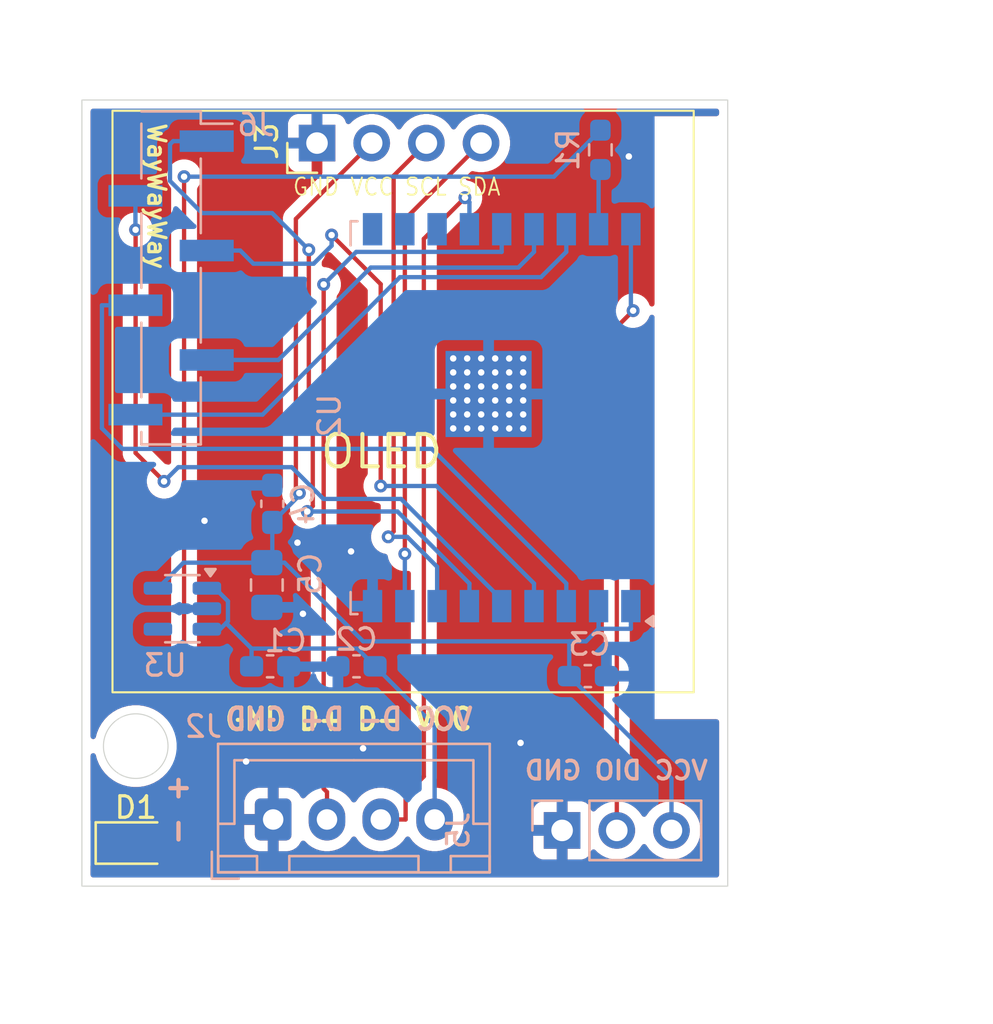
<source format=kicad_pcb>
(kicad_pcb (version 20241229) (generator "pcbnew") (generator_version "9.0")
  (layers (0 "F.Cu" signal) (2 "B.Cu" signal) (13 "F.Paste" user) (15 "B.Paste" user) (5 "F.SilkS" user "F.Silkscreen") (7 "B.SilkS" user "B.Silkscreen") (1 "F.Mask" user) (3 "B.Mask" user) (25 "Edge.Cuts" user))
  (net 0 "")
  (net 1 "+5V")
  (net 2 "GND")
  (net 3 "D-")
  (net 4 "RX")
  (net 5 "VCC")
  (net 6 "TX")
  (net 7 "D+")
  (net 8 "SCL")
  (net 9 "SDA")
  (net 10 "Net-(J6-Pin_2)")
  (net 11 "Net-(J6-Pin_3)")
  (net 12 "Net-(J6-Pin_6)")
  (net 13 "Net-(D1-A)")
  (net 14 "Net-(J6-Pin_5)")
  (net 15 "Net-(J6-Pin_4)")
  (net 18 "Net-(J5-Pin_2)")
  (net 19 "Net-(J6-Pin_1)")
  (net 20 "Net-(U2-IO1)")
  (footprint "Connector_PinHeader_2.54mm:PinHeader_1x04_P2.54mm_Vertical" (layer "F.Cu") (at 150.92 42 90)
    (property "Reference" "J3" (at 0.09 -2.33 90) (layer "F.SilkS"))
    (property "Value" "Conn_01x04")
    (fp_line (start -1.38 -1.38) (end 0 -1.38) (stroke (width 0.12)) (layer "F.SilkS"))
    (fp_line (start -1.38 0) (end -1.38 -1.38) (stroke (width 0.12)) (layer "F.SilkS"))
    (fp_rect (start -25.5 -9.5) (end 1.5 17.5) (stroke (width 0.1)) (fill no) (layer "F.SilkS"))
    (fp_text user "GND VCC SCL SDA" (at -2.5 -1.17 0) (layer "F.SilkS") (effects (font (size 0.8 0.7) (thickness 0.0875)) (justify left bottom)))
    (fp_text user "OLED" (at -15.2008 0.0576 0) (layer "F.SilkS") (effects (font (size 1.5 1.5) (thickness 0.1875)) (justify left bottom)))
    (pad "1" thru_hole rect (at 0 0 90) (size 1.7 1.7) (drill 1) (layers "*.Cu" "*.Mask") (net 2 "GND"))
    (pad "2" thru_hole circle (at 0 2.54 90) (size 1.7 1.7) (drill 1) (layers "*.Cu" "*.Mask") (net 5 "VCC"))
    (pad "3" thru_hole circle (at 0 5.08 90) (size 1.7 1.7) (drill 1) (layers "*.Cu" "*.Mask") (net 8 "SCL"))
    (pad "4" thru_hole circle (at 0 7.62 90) (size 1.7 1.7) (drill 1) (layers "*.Cu" "*.Mask") (net 9 "SDA"))
  )
  (footprint "LED_SMD:LED_0805_2012Metric_Pad1.15x1.40mm_HandSolder" (layer "F.Cu") (at 142.5 74.5)
    (property "Reference" "D1" (at 0 -1.65 0) (layer "F.SilkS"))
    (property "Value" "LED")
    (fp_line (start -1.86 -0.96) (end -1.86 0.96) (stroke (width 0.12)) (layer "F.SilkS"))
    (fp_line (start -1.86 0.96) (end 1 0.96) (stroke (width 0.12)) (layer "F.SilkS"))
    (fp_line (start 1 -0.96) (end -1.86 -0.96) (stroke (width 0.12)) (layer "F.SilkS"))
    (pad "1" smd roundrect (at -1.025 0) (size 1.15 1.4) (layers "F.Cu" "F.Mask" "F.Paste") (roundrect_rratio 0.217391) (net 2 "GND"))
    (pad "2" smd roundrect (at 1.025 0) (size 1.15 1.4) (layers "F.Cu" "F.Mask" "F.Paste") (roundrect_rratio 0.217391) (net 13 "Net-(D1-A)"))
  )
  (footprint "Connector_JST:JST_XH_B4B-XH-A_1x04_P2.50mm_Vertical" (layer "B.Cu") (at 148.884 73.406)
    (property "Reference" "J2" (at -3.2404 -4.318 0) (layer "B.SilkS") (effects (justify mirror)))
    (property "Value" "Conn_01x04")
    (fp_line (start -2.85 2.75) (end -2.85 1.5) (stroke (width 0.12)) (layer "B.SilkS"))
    (fp_line (start -2.56 -3.51) (end 10.06 -3.51) (stroke (width 0.12)) (layer "B.SilkS"))
    (fp_line (start -2.56 2.46) (end -2.56 -3.51) (stroke (width 0.12)) (layer "B.SilkS"))
    (fp_line (start -2.55 0.2) (end -1.8 0.2) (stroke (width 0.12)) (layer "B.SilkS"))
    (fp_line (start -2.55 1.7) (end -0.75 1.7) (stroke (width 0.12)) (layer "B.SilkS"))
    (fp_line (start -2.55 2.45) (end -2.55 1.7) (stroke (width 0.12)) (layer "B.SilkS"))
    (fp_line (start -1.8 -2.75) (end 3.75 -2.75) (stroke (width 0.12)) (layer "B.SilkS"))
    (fp_line (start -1.8 0.2) (end -1.8 -2.75) (stroke (width 0.12)) (layer "B.SilkS"))
    (fp_line (start -1.6 2.75) (end -2.85 2.75) (stroke (width 0.12)) (layer "B.SilkS"))
    (fp_line (start -0.75 1.7) (end -0.75 2.45) (stroke (width 0.12)) (layer "B.SilkS"))
    (fp_line (start -0.75 2.45) (end -2.55 2.45) (stroke (width 0.12)) (layer "B.SilkS"))
    (fp_line (start 0.75 1.7) (end 6.75 1.7) (stroke (width 0.12)) (layer "B.SilkS"))
    (fp_line (start 0.75 2.45) (end 0.75 1.7) (stroke (width 0.12)) (layer "B.SilkS"))
    (fp_line (start 6.75 1.7) (end 6.75 2.45) (stroke (width 0.12)) (layer "B.SilkS"))
    (fp_line (start 6.75 2.45) (end 0.75 2.45) (stroke (width 0.12)) (layer "B.SilkS"))
    (fp_line (start 8.25 1.7) (end 10.05 1.7) (stroke (width 0.12)) (layer "B.SilkS"))
    (fp_line (start 8.25 2.45) (end 8.25 1.7) (stroke (width 0.12)) (layer "B.SilkS"))
    (fp_line (start 9.3 -2.75) (end 3.75 -2.75) (stroke (width 0.12)) (layer "B.SilkS"))
    (fp_line (start 9.3 0.2) (end 9.3 -2.75) (stroke (width 0.12)) (layer "B.SilkS"))
    (fp_line (start 10.05 0.2) (end 9.3 0.2) (stroke (width 0.12)) (layer "B.SilkS"))
    (fp_line (start 10.05 1.7) (end 10.05 2.45) (stroke (width 0.12)) (layer "B.SilkS"))
    (fp_line (start 10.05 2.45) (end 8.25 2.45) (stroke (width 0.12)) (layer "B.SilkS"))
    (fp_line (start 10.06 -3.51) (end 10.06 2.46) (stroke (width 0.12)) (layer "B.SilkS"))
    (fp_line (start 10.06 2.46) (end -2.56 2.46) (stroke (width 0.12)) (layer "B.SilkS"))
    (pad "1" thru_hole roundrect (at 0 0) (size 1.7 1.95) (drill 0.95) (layers "*.Cu" "*.Mask") (roundrect_rratio 0.147059) (net 2 "GND"))
    (pad "2" thru_hole oval (at 2.5 0) (size 1.7 1.95) (drill 0.95) (layers "*.Cu" "*.Mask") (net 7 "D+"))
    (pad "3" thru_hole oval (at 5 0) (size 1.7 1.95) (drill 0.95) (layers "*.Cu" "*.Mask") (net 3 "D-"))
    (pad "4" thru_hole oval (at 7.5 0) (size 1.7 1.95) (drill 0.95) (layers "*.Cu" "*.Mask") (net 1 "+5V"))
  )
  (footprint "Resistor_SMD:R_0603_1608Metric_Pad0.98x0.95mm_HandSolder" (layer "B.Cu") (at 164.084 42.3145 90)
    (property "Reference" "R1" (at 0 -1.5 90) (layer "B.SilkS") (effects (justify mirror)))
    (property "Value" "R")
    (fp_line (start -0.254724 -0.5225) (end 0.254724 -0.5225) (stroke (width 0.12)) (layer "B.SilkS"))
    (fp_line (start -0.254724 0.5225) (end 0.254724 0.5225) (stroke (width 0.12)) (layer "B.SilkS"))
    (pad "1" smd roundrect (at -0.9125 0 90) (size 0.975 0.95) (layers "B.Cu" "B.Mask" "B.Paste") (net 20 "Net-(U2-IO1)"))
    (pad "2" smd roundrect (at 0.9125 0 90) (size 0.975 0.95) (layers "B.Cu" "B.Mask" "B.Paste") (net 13 "Net-(D1-A)"))
  )
  (footprint "Capacitor_SMD:C_0603_1608Metric_Pad1.08x0.95mm_HandSolder" (layer "B.Cu") (at 148.844 58.75 90)
    (property "Reference" "C4" (at 0 1.43 90) (layer "B.SilkS") (effects (justify mirror)))
    (property "Value" "C")
    (fp_line (start -0.146267 -0.51) (end 0.146267 -0.51) (stroke (width 0.12)) (layer "B.SilkS"))
    (fp_line (start -0.146267 0.51) (end 0.146267 0.51) (stroke (width 0.12)) (layer "B.SilkS"))
    (pad "1" smd roundrect (at -0.8625 0 90) (size 1.075 0.95) (layers "B.Cu" "B.Mask" "B.Paste") (net 5 "VCC"))
    (pad "2" smd roundrect (at 0.8625 0 90) (size 1.075 0.95) (layers "B.Cu" "B.Mask" "B.Paste") (net 2 "GND"))
  )
  (footprint "Capacitor_SMD:C_0603_1608Metric_Pad1.08x0.95mm_HandSolder" (layer "B.Cu") (at 148.7435 66.294)
    (property "Reference" "C1" (at 0.72 -1.18 0) (layer "B.SilkS") (effects (justify mirror)))
    (property "Value" "C")
    (fp_line (start -0.146267 -0.51) (end 0.146267 -0.51) (stroke (width 0.12)) (layer "B.SilkS"))
    (fp_line (start -0.146267 0.51) (end 0.146267 0.51) (stroke (width 0.12)) (layer "B.SilkS"))
    (pad "1" smd roundrect (at -0.8625 0) (size 1.075 0.95) (layers "B.Cu" "B.Mask" "B.Paste") (net 1 "+5V"))
    (pad "2" smd roundrect (at 0.8625 0) (size 1.075 0.95) (layers "B.Cu" "B.Mask" "B.Paste") (net 2 "GND"))
  )
  (footprint "Capacitor_SMD:C_0805_2012Metric_Pad1.18x1.45mm_HandSolder" (layer "B.Cu") (at 148.59 62.52 -90)
    (property "Reference" "C5" (at -0.52 -2.02 90) (layer "B.SilkS") (effects (justify mirror)))
    (property "Value" "C")
    (fp_line (start -0.261252 0.735) (end 0.261252 0.735) (stroke (width 0.12)) (layer "B.SilkS"))
    (fp_line (start -0.261252 -0.735) (end 0.261252 -0.735) (stroke (width 0.12)) (layer "B.SilkS"))
    (pad "1" smd roundrect (at -1.0375 0 270) (size 1.175 1.45) (layers "B.Cu" "B.Mask" "B.Paste") (roundrect_rratio 0.212766) (net 5 "VCC"))
    (pad "2" smd roundrect (at 1.0375 0 270) (size 1.175 1.45) (layers "B.Cu" "B.Mask" "B.Paste") (roundrect_rratio 0.212766) (net 2 "GND"))
  )
  (footprint "Package_TO_SOT_SMD:SOT-23-5" (layer "B.Cu") (at 144.6675 63.62 180)
    (property "Reference" "U3" (at 0.8 -2.63 0) (layer "B.SilkS") (effects (justify mirror)))
    (property "Value" "TLV70235_SOT23-5")
    (fp_line (start 0 1.56) (end 0.8 1.56) (stroke (width 0.12)) (layer "B.SilkS"))
    (fp_line (start 0 1.56) (end -0.8 1.56) (stroke (width 0.12)) (layer "B.SilkS"))
    (fp_line (start 0 -1.56) (end 0.8 -1.56) (stroke (width 0.12)) (layer "B.SilkS"))
    (fp_line (start 0 -1.56) (end -0.8 -1.56) (stroke (width 0.12)) (layer "B.SilkS"))
    (fp_poly (pts (xy -1.3 1.51) (xy -1.54 1.84) (xy -1.06 1.84)) (stroke (width 0.12)) (fill yes) (layer "B.SilkS"))
    (pad "1" smd roundrect (at -1.1375 0.95 180) (size 1.325 0.6) (layers "B.Cu" "B.Mask" "B.Paste") (net 1 "+5V"))
    (pad "2" smd roundrect (at -1.1375 0 180) (size 1.325 0.6) (layers "B.Cu" "B.Mask" "B.Paste") (net 2 "GND"))
    (pad "3" smd roundrect (at -1.1375 -0.95 180) (size 1.325 0.6) (layers "B.Cu" "B.Mask" "B.Paste") (net 1 "+5V"))
    (pad "4" smd roundrect (at 1.1375 -0.95 180) (size 1.325 0.6) (layers "B.Cu" "B.Mask" "B.Paste"))
    (pad "5" smd roundrect (at 1.1375 0.95 180) (size 1.325 0.6) (layers "B.Cu" "B.Mask" "B.Paste") (net 5 "VCC"))
  )
  (footprint "Capacitor_SMD:C_0603_1608Metric_Pad1.08x0.95mm_HandSolder" (layer "B.Cu") (at 152.7545 66.294 180)
    (property "Reference" "C2" (at 0 1.25 0) (layer "B.SilkS") (effects (justify mirror)))
    (property "Value" "C")
    (fp_line (start -0.146267 0.51) (end 0.146267 0.51) (stroke (width 0.12)) (layer "B.SilkS"))
    (fp_line (start -0.146267 -0.51) (end 0.146267 -0.51) (stroke (width 0.12)) (layer "B.SilkS"))
    (pad "1" smd roundrect (at -0.8625 0 180) (size 1.075 0.95) (layers "B.Cu" "B.Mask" "B.Paste") (net 1 "+5V"))
    (pad "2" smd roundrect (at 0.8625 0 180) (size 1.075 0.95) (layers "B.Cu" "B.Mask" "B.Paste") (net 2 "GND"))
  )
  (footprint "Capacitor_SMD:C_0603_1608Metric_Pad1.08x0.95mm_HandSolder" (layer "B.Cu") (at 163.5 66.75)
    (property "Reference" "C3" (at 0.076 -1.472 0) (layer "B.SilkS") (effects (justify mirror)))
    (property "Value" "C")
    (fp_line (start -0.146267 -0.51) (end 0.146267 -0.51) (stroke (width 0.12)) (layer "B.SilkS"))
    (fp_line (start -0.146267 0.51) (end 0.146267 0.51) (stroke (width 0.12)) (layer "B.SilkS"))
    (pad "1" smd roundrect (at -0.8625 0) (size 1.075 0.95) (layers "B.Cu" "B.Mask" "B.Paste") (net 5 "VCC"))
    (pad "2" smd roundrect (at 0.8625 0) (size 1.075 0.95) (layers "B.Cu" "B.Mask" "B.Paste") (net 2 "GND"))
  )
  (footprint "Connector_PinHeader_2.54mm:PinHeader_1x06_P2.54mm_Vertical_SMD_Pin1Left" (layer "B.Cu") (at 144.141 48.26 180)
    (property "Reference" "J6" (at -3.941 7.112 0) (layer "B.SilkS") (effects (justify mirror)))
    (property "Value" "Conn_01x06")
    (fp_line (start 1.38 7.16) (end 1.38 4.62) (stroke (width 0.12)) (layer "B.SilkS"))
    (fp_line (start 1.38 3) (end 1.38 -0.46) (stroke (width 0.12)) (layer "B.SilkS"))
    (fp_line (start 1.38 -2.08) (end 1.38 -5.54) (stroke (width 0.12)) (layer "B.SilkS"))
    (fp_line (start 1.38 -7.16) (end 1.38 -7.73) (stroke (width 0.12)) (layer "B.SilkS"))
    (fp_line (start -1.38 7.73) (end 1.38 7.73) (stroke (width 0.12)) (layer "B.SilkS"))
    (fp_line (start -1.38 7.73) (end -1.38 7.16) (stroke (width 0.12)) (layer "B.SilkS"))
    (fp_line (start -1.38 7.16) (end -2.85 7.16) (stroke (width 0.12)) (layer "B.SilkS"))
    (fp_line (start -1.38 5.54) (end -1.38 2.08) (stroke (width 0.12)) (layer "B.SilkS"))
    (fp_line (start -1.38 0.46) (end -1.38 -3) (stroke (width 0.12)) (layer "B.SilkS"))
    (fp_line (start -1.38 -4.62) (end -1.38 -7.73) (stroke (width 0.12)) (layer "B.SilkS"))
    (fp_line (start -1.38 -7.73) (end 1.38 -7.73) (stroke (width 0.12)) (layer "B.SilkS"))
    (pad "1" smd rect (at -1.655 6.35 180) (size 2.51 1) (layers "B.Cu" "B.Mask" "B.Paste") (net 19 "Net-(J6-Pin_1)"))
    (pad "2" smd rect (at 1.655 3.81 180) (size 2.51 1) (layers "B.Cu" "B.Mask" "B.Paste") (net 10 "Net-(J6-Pin_2)"))
    (pad "3" smd rect (at -1.655 1.27 180) (size 2.51 1) (layers "B.Cu" "B.Mask" "B.Paste") (net 11 "Net-(J6-Pin_3)"))
    (pad "4" smd rect (at 1.655 -1.27 180) (size 2.51 1) (layers "B.Cu" "B.Mask" "B.Paste") (net 15 "Net-(J6-Pin_4)"))
    (pad "5" smd rect (at -1.655 -3.81 180) (size 2.51 1) (layers "B.Cu" "B.Mask" "B.Paste") (net 14 "Net-(J6-Pin_5)"))
    (pad "6" smd rect (at 1.655 -6.35 180) (size 2.51 1) (layers "B.Cu" "B.Mask" "B.Paste") (net 12 "Net-(J6-Pin_6)"))
  )
  (footprint "RF_Module:ESP-WROOM-02" (layer "B.Cu") (at 159.5 54.75 90)
    (property "Reference" "U2" (at 0.1 -8 270) (layer "B.SilkS") (effects (justify mirror)))
    (property "Value" "ESP32-C3-WROOM-02")
    (fp_line (start 8 -7.02) (end 9.12 -7.02) (stroke (width 0.12)) (layer "B.SilkS"))
    (fp_line (start -9.12 -7.02) (end -8.1 -7.02) (stroke (width 0.12)) (layer "B.SilkS"))
    (fp_line (start 9.12 -6.7) (end 9.12 -7) (stroke (width 0.12)) (layer "B.SilkS"))
    (fp_line (start -9.12 -6.7) (end -9.12 -7.02) (stroke (width 0.12)) (layer "B.SilkS"))
    (fp_poly (pts (xy -9.45 6.7) (xy -9.69 7.036) (xy -9.21 7.036) (xy -9.45 6.7)) (stroke (width 0.12)) (fill yes) (layer "B.SilkS"))
    (pad "1" smd rect (at -8.75 6 90) (size 1.5 0.9) (layers "B.Cu" "B.Mask" "B.Paste") (net 5 "VCC"))
    (pad "2" smd rect (at -8.75 4.5 90) (size 1.5 0.9) (layers "B.Cu" "B.Mask" "B.Paste") (net 5 "VCC"))
    (pad "3" smd rect (at -8.75 3 90) (size 1.5 0.9) (layers "B.Cu" "B.Mask" "B.Paste") (net 15 "Net-(J6-Pin_4)"))
    (pad "4" smd rect (at -8.75 1.5 90) (size 1.5 0.9) (layers "B.Cu" "B.Mask" "B.Paste") (net 11 "Net-(J6-Pin_3)"))
    (pad "5" smd rect (at -8.75 0 90) (size 1.5 0.9) (layers "B.Cu" "B.Mask" "B.Paste") (net 10 "Net-(J6-Pin_2)"))
    (pad "6" smd rect (at -8.75 -1.5 90) (size 1.5 0.9) (layers "B.Cu" "B.Mask" "B.Paste") (net 19 "Net-(J6-Pin_1)"))
    (pad "7" smd rect (at -8.75 -3 90) (size 1.5 0.9) (layers "B.Cu" "B.Mask" "B.Paste") (net 8 "SCL"))
    (pad "8" smd rect (at -8.75 -4.5 90) (size 1.5 0.9) (layers "B.Cu" "B.Mask" "B.Paste") (net 9 "SDA"))
    (pad "9" smd rect (at -8.75 -6 90) (size 1.5 0.9) (layers "B.Cu" "B.Mask" "B.Paste") (net 2 "GND"))
    (pad "10" smd rect (at 8.75 -6 90) (size 1.5 0.9) (layers "B.Cu" "B.Mask" "B.Paste"))
    (pad "11" smd rect (at 8.75 -4.5 90) (size 1.5 0.9) (layers "B.Cu" "B.Mask" "B.Paste") (net 4 "RX"))
    (pad "12" smd rect (at 8.75 -3 90) (size 1.5 0.9) (layers "B.Cu" "B.Mask" "B.Paste") (net 6 "TX"))
    (pad "13" smd rect (at 8.75 -1.5 90) (size 1.5 0.9) (layers "B.Cu" "B.Mask" "B.Paste") (net 3 "D-"))
    (pad "14" smd rect (at 8.75 0 90) (size 1.5 0.9) (layers "B.Cu" "B.Mask" "B.Paste") (net 7 "D+"))
    (pad "15" smd rect (at 8.75 1.5 90) (size 1.5 0.9) (layers "B.Cu" "B.Mask" "B.Paste") (net 14 "Net-(J6-Pin_5)"))
    (pad "16" smd rect (at 8.75 3 90) (size 1.5 0.9) (layers "B.Cu" "B.Mask" "B.Paste") (net 12 "Net-(J6-Pin_6)"))
    (pad "17" smd rect (at 8.75 4.5 90) (size 1.5 0.9) (layers "B.Cu" "B.Mask" "B.Paste") (net 20 "Net-(U2-IO1)"))
    (pad "18" smd rect (at 8.75 6 90) (size 1.5 0.9) (layers "B.Cu" "B.Mask" "B.Paste") (net 18 "Net-(J5-Pin_2)"))
    (pad "19" smd rect (at 1.1 -0.61 90) (size 4 4) (layers "B.Cu" "B.Mask" "B.Paste") (net 2 "GND"))
    (zone (net 0) (net_name "") (layers "F.Cu" "B.Cu") (connect_pads (clearance 0)) (min_thickness 0.254)
      (keepout (tracks not_allowed) (vias not_allowed) (pads not_allowed) (copperpour not_allowed) (footprints not_allowed))
      (fill (thermal_gap 0.508) (thermal_bridge_width 0.508))
      (polygon (pts (xy 166.6 68.75) (xy 166.6 40.75) (xy 177.6 40.75) (xy 177.6 68.75)))
    )
  )
  (footprint "Connector_PinHeader_2.54mm:PinHeader_1x03_P2.54mm_Vertical" (layer "B.Cu") (at 162.306 73.914 -90)
    (property "Reference" "J5" (at 0 4.826 90) (layer "B.SilkS") (effects (justify mirror)))
    (property "Value" "Conn_01x03")
    (fp_line (start -1.38 1.38) (end 0 1.38) (stroke (width 0.12)) (layer "B.SilkS"))
    (fp_line (start -1.38 0) (end -1.38 1.38) (stroke (width 0.12)) (layer "B.SilkS"))
    (fp_line (start -1.38 -1.27) (end 1.38 -1.27) (stroke (width 0.12)) (layer "B.SilkS"))
    (fp_line (start -1.38 -1.27) (end -1.38 -6.46) (stroke (width 0.12)) (layer "B.SilkS"))
    (fp_line (start 1.38 -1.27) (end 1.38 -6.46) (stroke (width 0.12)) (layer "B.SilkS"))
    (fp_line (start -1.38 -6.46) (end 1.38 -6.46) (stroke (width 0.12)) (layer "B.SilkS"))
    (pad "1" thru_hole rect (at 0 0 270) (size 1.7 1.7) (drill 1) (layers "*.Cu" "*.Mask") (net 2 "GND"))
    (pad "2" thru_hole circle (at 0 -2.54 270) (size 1.7 1.7) (drill 1) (layers "*.Cu" "*.Mask") (net 18 "Net-(J5-Pin_2)"))
    (pad "3" thru_hole circle (at 0 -5.08 270) (size 1.7 1.7) (drill 1) (layers "*.Cu" "*.Mask") (net 5 "VCC"))
  )
  (gr_rect (start 156.884051 51.6636) (end 160.8836 55.639651) (fill yes) (layer "F.Cu") (net 2))
  (gr_rect (start 140 40) (end 170 76.5) (stroke (width 0.05)) (fill no) (layer "Edge.Cuts"))
  (gr_circle (center 142.5 70) (end 144 70) (stroke (width 0.05)) (fill no) (layer "Edge.Cuts"))
  (gr_text "GND D+ D- VCC" (at 146.558 69.342 0) (layer "F.SilkS") (effects (font (size 1 0.9) (thickness 0.19) (bold yes)) (justify left bottom)))
  (gr_text "WayWayWay" (at 143 41 270) (layer "F.SilkS") (effects (font (size 0.8 0.8)) (justify left bottom)))
  (gr_text "+ -" (at 145 71.2 90) (layer "B.SilkS") (effects (font (size 1 1) (thickness 0.2) (bold yes)) (justify left bottom mirror)))
  (gr_text "VCC D- D+ GND" (at 158.242 69.342 0) (layer "B.SilkS") (effects (font (size 1 0.9) (thickness 0.19) (bold yes)) (justify left bottom mirror)))
  (gr_text "VCC DIO GND" (at 169.164 71.628 0) (layer "B.SilkS") (effects (font (size 0.85 0.85) (thickness 0.17) (bold yes)) (justify left bottom mirror)))
  (segment (start 146.7827 64.2048) (end 146.6989 64.2886) (width 0.2) (layer "B.Cu") (net 1))
  (segment (start 146.6989 64.2886) (end 146.4175 64.57) (width 0.2) (layer "B.Cu") (net 1))
  (segment (start 145.805 62.67) (end 146.1832 62.67) (width 0.2) (layer "B.Cu") (net 1))
  (segment (start 147.881 65.4708) (end 152.7938 65.4708) (width 0.2) (layer "B.Cu") (net 1))
  (segment (start 146.1832 62.67) (end 146.7827 63.2695) (width 0.2) (layer "B.Cu") (net 1))
  (segment (start 146.7827 63.2695) (end 146.7827 64.2048) (width 0.2) (layer "B.Cu") (net 1))
  (segment (start 152.7938 65.4708) (end 153.617 66.294) (width 0.2) (layer "B.Cu") (net 1))
  (segment (start 146.4175 64.57) (end 145.805 64.57) (width 0.2) (layer "B.Cu") (net 1))
  (segment (start 146.6989 64.2886) (end 147.881 65.4708) (width 0.2) (layer "B.Cu") (net 1))
  (segment (start 156.384 73.406) (end 156.384 69.061) (width 0.2) (layer "B.Cu") (net 1))
  (segment (start 156.384 69.061) (end 153.617 66.294) (width 0.2) (layer "B.Cu") (net 1))
  (segment (start 147.881 65.4708) (end 147.881 66.294) (width 0.2) (layer "B.Cu") (net 1))
  (via (at 147.6248 70.7136) (size 0.6) (drill 0.3) (layers "F.Cu" "B.Cu") (net 2))
  (via (at 165.4048 42.6212) (size 0.6) (drill 0.3) (layers "F.Cu" "B.Cu") (net 2))
  (via (at 157.8968 53.9496) (size 0.6) (drill 0.3) (layers "F.Cu" "B.Cu") (net 2))
  (via (at 150.0124 60.5536) (size 0.6) (drill 0.3) (layers "F.Cu" "B.Cu") (net 2))
  (via (at 159.1968 54.5996) (size 0.6) (drill 0.3) (layers "F.Cu" "B.Cu") (net 2))
  (via (at 150.2664 63.8556) (size 0.6) (drill 0.3) (layers "F.Cu" "B.Cu") (net 2))
  (via (at 145.6944 59.5376) (size 0.6) (drill 0.3) (layers "F.Cu" "B.Cu") (net 2))
  (via (at 158.5468 53.9496) (size 0.6) (drill 0.3) (layers "F.Cu" "B.Cu") (net 2))
  (via (at 160.4968 54.5996) (size 0.6) (drill 0.3) (layers "F.Cu" "B.Cu") (net 2))
  (via (at 157.2468 51.9996) (size 0.6) (drill 0.3) (layers "F.Cu" "B.Cu") (net 2))
  (via (at 157.2468 53.2996) (size 0.6) (drill 0.3) (layers "F.Cu" "B.Cu") (net 2))
  (via (at 159.1968 53.2996) (size 0.6) (drill 0.3) (layers "F.Cu" "B.Cu") (net 2))
  (via (at 159.1968 51.9996) (size 0.6) (drill 0.3) (layers "F.Cu" "B.Cu") (net 2))
  (via (at 159.8468 53.2996) (size 0.6) (drill 0.3) (layers "F.Cu" "B.Cu") (net 2))
  (via (at 160.3756 69.85) (size 0.6) (drill 0.3) (layers "F.Cu" "B.Cu") (net 2))
  (via (at 158.5468 55.2496) (size 0.6) (drill 0.3) (layers "F.Cu" "B.Cu") (net 2))
  (via (at 159.8468 51.9996) (size 0.6) (drill 0.3) (layers "F.Cu" "B.Cu") (net 2))
  (via (at 153.0604 70.104) (size 0.6) (drill 0.3) (layers "F.Cu" "B.Cu") (net 2))
  (via (at 160.4968 52.6496) (size 0.6) (drill 0.3) (layers "F.Cu" "B.Cu") (net 2))
  (via (at 157.8968 51.9996) (size 0.6) (drill 0.3) (layers "F.Cu" "B.Cu") (net 2))
  (via (at 159.8468 53.9496) (size 0.6) (drill 0.3) (layers "F.Cu" "B.Cu") (net 2))
  (via (at 157.2468 52.6496) (size 0.6) (drill 0.3) (layers "F.Cu" "B.Cu") (net 2))
  (via (at 152.5016 60.96) (size 0.6) (drill 0.3) (layers "F.Cu" "B.Cu") (net 2))
  (via (at 159.8468 54.5996) (size 0.6) (drill 0.3) (layers "F.Cu" "B.Cu") (net 2))
  (via (at 157.2468 54.5996) (size 0.6) (drill 0.3) (layers "F.Cu" "B.Cu") (net 2))
  (via (at 160.4968 53.2996) (size 0.6) (drill 0.3) (layers "F.Cu" "B.Cu") (net 2))
  (via (at 158.5468 52.6496) (size 0.6) (drill 0.3) (layers "F.Cu" "B.Cu") (net 2))
  (via (at 158.5468 54.5996) (size 0.6) (drill 0.3) (layers "F.Cu" "B.Cu") (net 2))
  (via (at 160.4968 55.2496) (size 0.6) (drill 0.3) (layers "F.Cu" "B.Cu") (net 2))
  (via (at 157.8968 55.2496) (size 0.6) (drill 0.3) (layers "F.Cu" "B.Cu") (net 2))
  (via (at 159.1968 55.2496) (size 0.6) (drill 0.3) (layers "F.Cu" "B.Cu") (net 2))
  (via (at 157.8968 54.5996) (size 0.6) (drill 0.3) (layers "F.Cu" "B.Cu") (net 2))
  (via (at 159.8468 55.2496) (size 0.6) (drill 0.3) (layers "F.Cu" "B.Cu") (net 2))
  (via (at 157.2468 55.2496) (size 0.6) (drill 0.3) (layers "F.Cu" "B.Cu") (net 2))
  (via (at 157.2468 53.9496) (size 0.6) (drill 0.3) (layers "F.Cu" "B.Cu") (net 2))
  (via (at 158.5468 53.2996) (size 0.6) (drill 0.3) (layers "F.Cu" "B.Cu") (net 2))
  (via (at 157.8968 53.2996) (size 0.6) (drill 0.3) (layers "F.Cu" "B.Cu") (net 2))
  (via (at 159.1968 53.9496) (size 0.6) (drill 0.3) (layers "F.Cu" "B.Cu") (net 2))
  (via (at 158.5468 51.9996) (size 0.6) (drill 0.3) (layers "F.Cu" "B.Cu") (net 2))
  (via (at 159.8468 52.6496) (size 0.6) (drill 0.3) (layers "F.Cu" "B.Cu") (net 2))
  (via (at 160.4968 53.9496) (size 0.6) (drill 0.3) (layers "F.Cu" "B.Cu") (net 2))
  (via (at 159.1968 52.6496) (size 0.6) (drill 0.3) (layers "F.Cu" "B.Cu") (net 2))
  (via (at 157.8968 52.6496) (size 0.6) (drill 0.3) (layers "F.Cu" "B.Cu") (net 2))
  (via (at 160.4968 51.9996) (size 0.6) (drill 0.3) (layers "F.Cu" "B.Cu") (net 2))
  (segment (start 153.884 73.406) (end 155.0357 73.406) (width 0.2) (layer "F.Cu") (net 3))
  (segment (start 155.8822 46.446) (end 157.7928 44.5354) (width 0.2) (layer "F.Cu") (net 3))
  (segment (start 155.0357 73.406) (end 155.0357 72.2543) (width 0.2) (layer "F.Cu") (net 3))
  (segment (start 155.0357 72.2543) (end 155.8822 71.4078) (width 0.2) (layer "F.Cu") (net 3))
  (segment (start 155.8822 71.4078) (end 155.8822 46.446) (width 0.2) (layer "F.Cu") (net 3))
  (via (at 157.7928 44.5354) (size 0.6) (drill 0.3) (layers "F.Cu" "B.Cu") (net 3))
  (segment (start 157.7928 44.5354) (end 158 44.7426) (width 0.2) (layer "B.Cu") (net 3))
  (segment (start 158 44.7426) (end 158 46) (width 0.2) (layer "B.Cu") (net 3))
  (segment (start 149.9376 58.0904) (end 150.0998 58.2526) (width 0.2) (layer "F.Cu") (net 5))
  (segment (start 153.46 42) (end 149.9376 45.5224) (width 0.2) (layer "F.Cu") (net 5))
  (segment (start 149.9376 45.5224) (end 149.9376 58.0904) (width 0.2) (layer "F.Cu") (net 5))
  (via (at 150.0998 58.2526) (size 0.6) (drill 0.3) (layers "F.Cu" "B.Cu") (net 5))
  (segment (start 148.844 59.6125) (end 150.0998 58.3567) (width 0.2) (layer "B.Cu") (net 5))
  (segment (start 164 63.5) (end 164 64.5517) (width 0.2) (layer "B.Cu") (net 5))
  (segment (start 143.53 62.67) (end 144.7175 61.4825) (width 0.2) (layer "B.Cu") (net 5))
  (segment (start 167.386 71.4985) (end 167.386 73.914) (width 0.2) (layer "B.Cu") (net 5))
  (segment (start 164 64.5517) (end 163.4168 65.1349) (width 0.2) (layer "B.Cu") (net 5))
  (segment (start 162.6375 65.1349) (end 162.6375 66.75) (width 0.2) (layer "B.Cu") (net 5))
  (segment (start 149.4127 61.4825) (end 148.59 61.4825) (width 0.2) (layer "B.Cu") (net 5))
  (segment (start 163.4168 65.1349) (end 162.6375 65.1349) (width 0.2) (layer "B.Cu") (net 5))
  (segment (start 148.844 61.2285) (end 148.59 61.4825) (width 0.2) (layer "B.Cu") (net 5))
  (segment (start 150.0998 58.3567) (end 150.0998 58.2526) (width 0.2) (layer "B.Cu") (net 5))
  (segment (start 148.844 59.6125) (end 148.844 61.2285) (width 0.2) (layer "B.Cu") (net 5))
  (segment (start 162.6375 65.1349) (end 153.0651 65.1349) (width 0.2) (layer "B.Cu") (net 5))
  (segment (start 144.7175 61.4825) (end 148.59 61.4825) (width 0.2) (layer "B.Cu") (net 5))
  (segment (start 153.0651 65.1349) (end 149.4127 61.4825) (width 0.2) (layer "B.Cu") (net 5))
  (segment (start 162.6375 66.75) (end 167.386 71.4985) (width 0.2) (layer "B.Cu") (net 5))
  (segment (start 165.5 63.5) (end 165.5 64.5517) (width 0.2) (layer "B.Cu") (net 5))
  (segment (start 164 64.5517) (end 165.5 64.5517) (width 0.2) (layer "B.Cu") (net 5))
  (segment (start 151.2294 48.5647) (end 151.2294 71.9747) (width 0.2) (layer "F.Cu") (net 7))
  (segment (start 151.2294 71.9747) (end 151.384 72.1293) (width 0.2) (layer "F.Cu") (net 7))
  (segment (start 151.384 73.406) (end 151.384 72.1293) (width 0.2) (layer "F.Cu") (net 7))
  (via (at 151.2294 48.5647) (size 0.6) (drill 0.3) (layers "F.Cu" "B.Cu") (net 7))
  (segment (start 159.5 46) (end 159.5 47.0517) (width 0.2) (layer "B.Cu") (net 7))
  (segment (start 159.5 47.0517) (end 152.7424 47.0517) (width 0.2) (layer "B.Cu") (net 7))
  (segment (start 152.7424 47.0517) (end 151.2294 48.5647) (width 0.2) (layer "B.Cu") (net 7))
  (segment (start 154.4804 60.0325) (end 154.4804 43.5196) (width 0.2) (layer "F.Cu") (net 8))
  (segment (start 154.2298 60.2831) (end 154.4804 60.0325) (width 0.2) (layer "F.Cu") (net 8))
  (segment (start 154.4804 43.5196) (end 156 42) (width 0.2) (layer "F.Cu") (net 8))
  (via (at 154.2298 60.2831) (size 0.6) (drill 0.3) (layers "F.Cu" "B.Cu") (net 8))
  (segment (start 156.5 61.6736) (end 156.5 63.5) (width 0.2) (layer "B.Cu") (net 8))
  (segment (start 154.2298 60.2831) (end 155.1095 60.2831) (width 0.2) (layer "B.Cu") (net 8))
  (segment (start 155.1095 60.2831) (end 156.5 61.6736) (width 0.2) (layer "B.Cu") (net 8))
  (segment (start 155.0003 45.5397) (end 158.54 42) (width 0.2) (layer "F.Cu") (net 9))
  (segment (start 155.0003 61.0729) (end 155.0003 45.5397) (width 0.2) (layer "F.Cu") (net 9))
  (via (at 155.0003 61.0729) (size 0.6) (drill 0.3) (layers "F.Cu" "B.Cu") (net 9))
  (segment (start 155.0003 61.0729) (end 155 61.0732) (width 0.2) (layer "B.Cu") (net 9))
  (segment (start 155 61.0732) (end 155 63.5) (width 0.2) (layer "B.Cu") (net 9))
  (segment (start 142.494 46.0248) (end 142.494 56.388) (width 0.2) (layer "F.Cu") (net 10))
  (segment (start 142.494 56.388) (end 143.8148 57.7088) (width 0.2) (layer "F.Cu") (net 10))
  (via (at 142.494 46.0248) (size 0.6) (drill 0.3) (layers "F.Cu" "B.Cu") (net 10))
  (via (at 143.8148 57.7088) (size 0.6) (drill 0.3) (layers "F.Cu" "B.Cu") (net 10))
  (segment (start 142.486 44.45) (end 142.486 46.0168) (width 0.2) (layer "B.Cu") (net 10))
  (segment (start 154.8232 58.5232) (end 151.220343 58.5232) (width 0.2) (layer "B.Cu") (net 10))
  (segment (start 159.5 63.2) (end 154.8232 58.5232) (width 0.2) (layer "B.Cu") (net 10))
  (segment (start 142.486 46.0168) (end 142.494 46.0248) (width 0.2) (layer "B.Cu") (net 10))
  (segment (start 151.220343 58.5232) (end 149.746143 57.049) (width 0.2) (layer "B.Cu") (net 10))
  (segment (start 149.746143 57.049) (end 144.4746 57.049) (width 0.2) (layer "B.Cu") (net 10))
  (segment (start 144.4746 57.049) (end 143.8148 57.7088) (width 0.2) (layer "B.Cu") (net 10))
  (segment (start 159.5 63.5) (end 159.5 63.2) (width 0.2) (layer "B.Cu") (net 10))
  (segment (start 153.8787 57.9222) (end 153.8787 48.551) (width 0.2) (layer "F.Cu") (net 11))
  (segment (start 153.8787 48.551) (end 151.5985 46.2708) (width 0.2) (layer "F.Cu") (net 11))
  (via (at 153.8787 57.9222) (size 0.6) (drill 0.3) (layers "F.Cu" "B.Cu") (net 11))
  (via (at 151.5985 46.2708) (size 0.6) (drill 0.3) (layers "F.Cu" "B.Cu") (net 11))
  (segment (start 151.5985 46.7652) (end 151.5985 46.2708) (width 0.2) (layer "B.Cu") (net 11))
  (segment (start 147.3527 46.99) (end 147.9644 47.6017) (width 0.2) (layer "B.Cu") (net 11))
  (segment (start 153.8787 57.9222) (end 156.4739 57.9222) (width 0.2) (layer "B.Cu") (net 11))
  (segment (start 161 63.5) (end 161 62.4483) (width 0.2) (layer "B.Cu") (net 11))
  (segment (start 145.796 46.99) (end 147.3527 46.99) (width 0.2) (layer "B.Cu") (net 11))
  (segment (start 156.4739 57.9222) (end 161 62.4483) (width 0.2) (layer "B.Cu") (net 11))
  (segment (start 150.762 47.6017) (end 151.5985 46.7652) (width 0.2) (layer "B.Cu") (net 11))
  (segment (start 147.9644 47.6017) (end 150.762 47.6017) (width 0.2) (layer "B.Cu") (net 11))
  (segment (start 154.7759 48.2253) (end 161.3264 48.2253) (width 0.2) (layer "B.Cu") (net 12))
  (segment (start 142.486 54.61) (end 148.3912 54.61) (width 0.2) (layer "B.Cu") (net 12))
  (segment (start 148.3912 54.61) (end 154.7759 48.2253) (width 0.2) (layer "B.Cu") (net 12))
  (segment (start 161.3264 48.2253) (end 162.5 47.0517) (width 0.2) (layer "B.Cu") (net 12))
  (segment (start 162.5 46) (end 162.5 47.0517) (width 0.2) (layer "B.Cu") (net 12))
  (segment (start 143.525 74.5) (end 144.7461 73.2789) (width 0.2) (layer "F.Cu") (net 13))
  (segment (start 144.7461 73.2789) (end 144.7461 43.5596) (width 0.2) (layer "F.Cu") (net 13))
  (via (at 144.7461 43.5596) (size 0.6) (drill 0.3) (layers "F.Cu" "B.Cu") (net 13))
  (segment (start 161.9264 43.5596) (end 164.084 41.402) (width 0.2) (layer "B.Cu") (net 13))
  (segment (start 144.7461 43.5596) (end 161.9264 43.5596) (width 0.2) (layer "B.Cu") (net 13))
  (segment (start 149.1275 52.07) (end 153.4175 47.78) (width 0.2) (layer "B.Cu") (net 14))
  (segment (start 145.796 52.07) (end 149.1275 52.07) (width 0.2) (layer "B.Cu") (net 14))
  (segment (start 153.4175 47.78) (end 160.2717 47.78) (width 0.2) (layer "B.Cu") (net 14))
  (segment (start 160.2717 47.78) (end 161 47.0517) (width 0.2) (layer "B.Cu") (net 14))
  (segment (start 161 46) (end 161 47.0517) (width 0.2) (layer "B.Cu") (net 14))
  (segment (start 140.9293 55.2462) (end 140.9293 49.53) (width 0.2) (layer "B.Cu") (net 15))
  (segment (start 156.2495 56.1978) (end 141.8809 56.1978) (width 0.2) (layer "B.Cu") (net 15))
  (segment (start 141.8809 56.1978) (end 140.9293 55.2462) (width 0.2) (layer "B.Cu") (net 15))
  (segment (start 142.486 49.53) (end 140.9293 49.53) (width 0.2) (layer "B.Cu") (net 15))
  (segment (start 162.5 63.5) (end 162.5 62.4483) (width 0.2) (layer "B.Cu") (net 15))
  (segment (start 162.5 62.4483) (end 156.2495 56.1978) (width 0.2) (layer "B.Cu") (net 15))
  (segment (start 164.846 50.5393) (end 164.846 73.914) (width 0.2) (layer "F.Cu") (net 18))
  (segment (start 165.6048 49.7805) (end 164.846 50.5393) (width 0.2) (layer "F.Cu") (net 18))
  (via (at 165.6048 49.7805) (size 0.6) (drill 0.3) (layers "F.Cu" "B.Cu") (net 18))
  (segment (start 165.5 49.6757) (end 165.6048 49.7805) (width 0.2) (layer "B.Cu") (net 18))
  (segment (start 165.5 46) (end 165.5 49.6757) (width 0.2) (layer "B.Cu") (net 18))
  (segment (start 150.7237 55.3581) (end 150.7237 58.8527) (width 0.2) (layer "F.Cu") (net 19))
  (segment (start 150.5393 46.9558) (end 150.5393 55.1737) (width 0.2) (layer "F.Cu") (net 19))
  (segment (start 150.5393 55.1737) (end 150.7237 55.3581) (width 0.2) (layer "F.Cu") (net 19))
  (segment (start 150.7237 58.8527) (end 150.4702 59.1062) (width 0.2) (layer "F.Cu") (net 19))
  (via (at 150.4702 59.1062) (size 0.6) (drill 0.3) (layers "F.Cu" "B.Cu") (net 19))
  (via (at 150.5393 46.9558) (size 0.6) (drill 0.3) (layers "F.Cu" "B.Cu") (net 19))
  (segment (start 144.2393 41.91) (end 144.093 42.0563) (width 0.2) (layer "B.Cu") (net 19))
  (segment (start 144.093 42.0563) (end 144.093 43.7601) (width 0.2) (layer "B.Cu") (net 19))
  (segment (start 144.093 43.7601) (end 145.5831 45.2502) (width 0.2) (layer "B.Cu") (net 19))
  (segment (start 150.4702 59.1062) (end 154.6579 59.1062) (width 0.2) (layer "B.Cu") (net 19))
  (segment (start 148.8337 45.2502) (end 150.5393 46.9558) (width 0.2) (layer "B.Cu") (net 19))
  (segment (start 145.796 41.91) (end 144.2393 41.91) (width 0.2) (layer "B.Cu") (net 19))
  (segment (start 154.6579 59.1062) (end 158 62.4483) (width 0.2) (layer "B.Cu") (net 19))
  (segment (start 158 63.5) (end 158 62.4483) (width 0.2) (layer "B.Cu") (net 19))
  (segment (start 145.5831 45.2502) (end 148.8337 45.2502) (width 0.2) (layer "B.Cu") (net 19))
  (segment (start 164 43.311) (end 164.084 43.227) (width 0.2) (layer "B.Cu") (net 20))
  (segment (start 164 46) (end 164 43.311) (width 0.2) (layer "B.Cu") (net 20))
  (zone (net 2) (net_name "GND") (layers "F.Cu" "B.Cu") (connect_pads (clearance 0.5)) (min_thickness 0.25) (fill yes (thermal_gap 0.5) (thermal_bridge_width 0.5))
    (polygon (pts (xy 181.0512 35.4584) (xy 136.1948 35.3568) (xy 136.652 82.9056) (xy 182.3212 79.1972)))
  )
)
</source>
